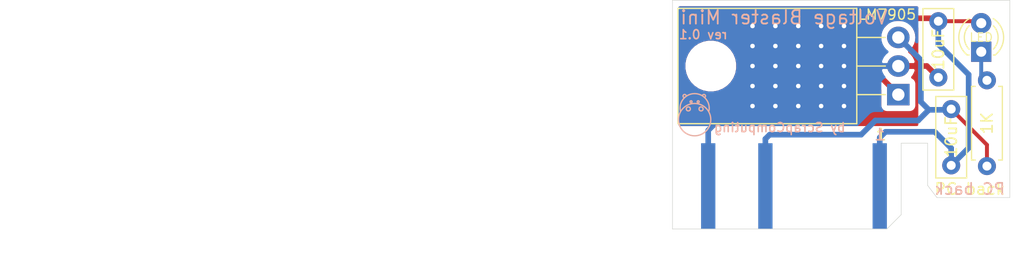
<source format=kicad_pcb>
(kicad_pcb (version 20171130) (host pcbnew 5.1.9+dfsg1-1+deb11u1)

  (general
    (thickness 1.6)
    (drawings 26)
    (tracks 63)
    (zones 0)
    (modules 6)
    (nets 5)
  )

  (page A4)
  (title_block
    (title "Voltage Blaster")
    (date 2021-05-23)
    (rev 1.1)
    (company "PhilsComputerLab & Necroware")
    (comment 1 "by Scorp")
  )

  (layers
    (0 F.Cu signal)
    (31 B.Cu signal)
    (32 B.Adhes user)
    (33 F.Adhes user)
    (34 B.Paste user)
    (35 F.Paste user)
    (36 B.SilkS user)
    (37 F.SilkS user)
    (38 B.Mask user)
    (39 F.Mask user hide)
    (40 Dwgs.User user)
    (41 Cmts.User user)
    (42 Eco1.User user)
    (43 Eco2.User user)
    (44 Edge.Cuts user)
    (45 Margin user)
    (46 B.CrtYd user)
    (47 F.CrtYd user)
    (48 B.Fab user)
    (49 F.Fab user)
  )

  (setup
    (last_trace_width 0.35)
    (user_trace_width 0.35)
    (user_trace_width 0.5)
    (trace_clearance 0.5)
    (zone_clearance 0.508)
    (zone_45_only no)
    (trace_min 0.2)
    (via_size 0.8)
    (via_drill 0.4)
    (via_min_size 0.4)
    (via_min_drill 0.3)
    (uvia_size 0.3)
    (uvia_drill 0.1)
    (uvias_allowed yes)
    (uvia_min_size 0.2)
    (uvia_min_drill 0.1)
    (edge_width 0.05)
    (segment_width 0.2)
    (pcb_text_width 0.3)
    (pcb_text_size 1.5 1.5)
    (mod_edge_width 0.12)
    (mod_text_size 1 1)
    (mod_text_width 0.15)
    (pad_size 1.524 1.524)
    (pad_drill 0.762)
    (pad_to_mask_clearance 0)
    (aux_axis_origin 0 0)
    (visible_elements FFFFFF7F)
    (pcbplotparams
      (layerselection 0x010fc_ffffffff)
      (usegerberextensions false)
      (usegerberattributes false)
      (usegerberadvancedattributes true)
      (creategerberjobfile true)
      (excludeedgelayer true)
      (linewidth 0.100000)
      (plotframeref false)
      (viasonmask false)
      (mode 1)
      (useauxorigin false)
      (hpglpennumber 1)
      (hpglpenspeed 20)
      (hpglpendiameter 15.000000)
      (psnegative false)
      (psa4output false)
      (plotreference true)
      (plotvalue true)
      (plotinvisibletext false)
      (padsonsilk false)
      (subtractmaskfromsilk false)
      (outputformat 1)
      (mirror false)
      (drillshape 0)
      (scaleselection 1)
      (outputdirectory "./gerber"))
  )

  (net 0 "")
  (net 1 "Net-(C1-Pad2)")
  (net 2 GND)
  (net 3 "Net-(C2-Pad1)")
  (net 4 "Net-(LED1-Pad1)")

  (net_class Default "This is the default net class."
    (clearance 0.5)
    (trace_width 1)
    (via_dia 0.8)
    (via_drill 0.4)
    (uvia_dia 0.3)
    (uvia_drill 0.1)
    (add_net GND)
    (add_net "Net-(C1-Pad2)")
    (add_net "Net-(C2-Pad1)")
    (add_net "Net-(LED1-Pad1)")
  )

  (module Package_TO_SOT_THT:TO-220-3_Horizontal_TabDown (layer F.Cu) (tedit 5AC8BA0D) (tstamp 63A18F51)
    (at 158.496 59.182 90)
    (descr "TO-220-3, Horizontal, RM 2.54mm, see https://www.vishay.com/docs/66542/to-220-1.pdf")
    (tags "TO-220-3 Horizontal RM 2.54mm")
    (path /5FB84DCB)
    (fp_text reference LM7905 (at 7.112 -1.016 180) (layer F.SilkS)
      (effects (font (size 0.8984 0.8984) (thickness 0.12714)))
    )
    (fp_text value LM7905 (at 2.54 2 90) (layer F.Fab)
      (effects (font (size 1 1) (thickness 0.15)))
    )
    (fp_line (start 7.79 -19.71) (end -2.71 -19.71) (layer F.CrtYd) (width 0.05))
    (fp_line (start 7.79 1.25) (end 7.79 -19.71) (layer F.CrtYd) (width 0.05))
    (fp_line (start -2.71 1.25) (end 7.79 1.25) (layer F.CrtYd) (width 0.05))
    (fp_line (start -2.71 -19.71) (end -2.71 1.25) (layer F.CrtYd) (width 0.05))
    (fp_line (start 5.08 -3.69) (end 5.08 -1.15) (layer F.SilkS) (width 0.12))
    (fp_line (start 2.54 -3.69) (end 2.54 -1.15) (layer F.SilkS) (width 0.12))
    (fp_line (start 0 -3.69) (end 0 -1.15) (layer F.SilkS) (width 0.12))
    (fp_line (start 7.66 -19.58) (end 7.66 -3.69) (layer F.SilkS) (width 0.12))
    (fp_line (start -2.58 -19.58) (end -2.58 -3.69) (layer F.SilkS) (width 0.12))
    (fp_line (start -2.58 -19.58) (end 7.66 -19.58) (layer F.SilkS) (width 0.12))
    (fp_line (start -2.58 -3.69) (end 7.66 -3.69) (layer F.SilkS) (width 0.12))
    (fp_line (start 5.08 -3.81) (end 5.08 0) (layer F.Fab) (width 0.1))
    (fp_line (start 2.54 -3.81) (end 2.54 0) (layer F.Fab) (width 0.1))
    (fp_line (start 0 -3.81) (end 0 0) (layer F.Fab) (width 0.1))
    (fp_line (start 7.54 -3.81) (end -2.46 -3.81) (layer F.Fab) (width 0.1))
    (fp_line (start 7.54 -13.06) (end 7.54 -3.81) (layer F.Fab) (width 0.1))
    (fp_line (start -2.46 -13.06) (end 7.54 -13.06) (layer F.Fab) (width 0.1))
    (fp_line (start -2.46 -3.81) (end -2.46 -13.06) (layer F.Fab) (width 0.1))
    (fp_line (start 7.54 -13.06) (end -2.46 -13.06) (layer F.Fab) (width 0.1))
    (fp_line (start 7.54 -19.46) (end 7.54 -13.06) (layer F.Fab) (width 0.1))
    (fp_line (start -2.46 -19.46) (end 7.54 -19.46) (layer F.Fab) (width 0.1))
    (fp_line (start -2.46 -13.06) (end -2.46 -19.46) (layer F.Fab) (width 0.1))
    (fp_circle (center 2.54 -16.66) (end 4.39 -16.66) (layer F.Fab) (width 0.1))
    (fp_text user %R (at 2.286 -2.286 90) (layer F.Fab)
      (effects (font (size 1 1) (thickness 0.15)))
    )
    (pad 3 thru_hole oval (at 5.08 0 90) (size 1.905 2) (drill 1.1) (layers *.Cu *.Mask)
      (net 1 "Net-(C1-Pad2)"))
    (pad 2 thru_hole oval (at 2.54 0 90) (size 1.905 2) (drill 1.1) (layers *.Cu *.Mask)
      (net 3 "Net-(C2-Pad1)"))
    (pad 1 thru_hole rect (at 0 0 90) (size 1.905 2) (drill 1.1) (layers *.Cu *.Mask)
      (net 2 GND))
    (pad "" np_thru_hole oval (at 2.54 -16.66 90) (size 3.5 3.5) (drill 3.5) (layers *.Cu *.Mask))
    (model ${KISYS3DMOD}/Package_TO_SOT_THT.3dshapes/TO-220-3_Horizontal_TabDown.wrl
      (at (xyz 0 0 0))
      (scale (xyz 1 1 1))
      (rotate (xyz 0 0 0))
    )
  )

  (module Resistor_THT:R_Axial_DIN0207_L6.3mm_D2.5mm_P7.62mm_Horizontal (layer F.Cu) (tedit 5AE5139B) (tstamp 63A17829)
    (at 166.37 65.532 90)
    (descr "Resistor, Axial_DIN0207 series, Axial, Horizontal, pin pitch=7.62mm, 0.25W = 1/4W, length*diameter=6.3*2.5mm^2, http://cdn-reichelt.de/documents/datenblatt/B400/1_4W%23YAG.pdf")
    (tags "Resistor Axial_DIN0207 series Axial Horizontal pin pitch 7.62mm 0.25W = 1/4W length 6.3mm diameter 2.5mm")
    (path /5FB87262)
    (fp_text reference 1K (at 3.81 0 90) (layer F.SilkS)
      (effects (font (size 1 1) (thickness 0.15)))
    )
    (fp_text value 1K (at 3.81 2.37 90) (layer F.Fab)
      (effects (font (size 1 1) (thickness 0.15)))
    )
    (fp_line (start 8.67 -1.5) (end -1.05 -1.5) (layer F.CrtYd) (width 0.05))
    (fp_line (start 8.67 1.5) (end 8.67 -1.5) (layer F.CrtYd) (width 0.05))
    (fp_line (start -1.05 1.5) (end 8.67 1.5) (layer F.CrtYd) (width 0.05))
    (fp_line (start -1.05 -1.5) (end -1.05 1.5) (layer F.CrtYd) (width 0.05))
    (fp_line (start 7.08 1.37) (end 7.08 1.04) (layer F.SilkS) (width 0.12))
    (fp_line (start 0.54 1.37) (end 7.08 1.37) (layer F.SilkS) (width 0.12))
    (fp_line (start 0.54 1.04) (end 0.54 1.37) (layer F.SilkS) (width 0.12))
    (fp_line (start 7.08 -1.37) (end 7.08 -1.04) (layer F.SilkS) (width 0.12))
    (fp_line (start 0.54 -1.37) (end 7.08 -1.37) (layer F.SilkS) (width 0.12))
    (fp_line (start 0.54 -1.04) (end 0.54 -1.37) (layer F.SilkS) (width 0.12))
    (fp_line (start 7.62 0) (end 6.96 0) (layer F.Fab) (width 0.1))
    (fp_line (start 0 0) (end 0.66 0) (layer F.Fab) (width 0.1))
    (fp_line (start 6.96 -1.25) (end 0.66 -1.25) (layer F.Fab) (width 0.1))
    (fp_line (start 6.96 1.25) (end 6.96 -1.25) (layer F.Fab) (width 0.1))
    (fp_line (start 0.66 1.25) (end 6.96 1.25) (layer F.Fab) (width 0.1))
    (fp_line (start 0.66 -1.25) (end 0.66 1.25) (layer F.Fab) (width 0.1))
    (fp_text user %R (at 3.81 0 90) (layer F.Fab)
      (effects (font (size 1 1) (thickness 0.15)))
    )
    (pad 2 thru_hole oval (at 7.62 0 90) (size 1.6 1.6) (drill 0.8) (layers *.Cu *.Mask)
      (net 4 "Net-(LED1-Pad1)"))
    (pad 1 thru_hole circle (at 0 0 90) (size 1.6 1.6) (drill 0.8) (layers *.Cu *.Mask)
      (net 1 "Net-(C1-Pad2)"))
    (model ${KISYS3DMOD}/Resistor_THT.3dshapes/R_Axial_DIN0207_L6.3mm_D2.5mm_P7.62mm_Horizontal.wrl
      (at (xyz 0 0 0))
      (scale (xyz 1 1 1))
      (rotate (xyz 0 0 0))
    )
  )

  (module LED_THT:LED_D3.0mm (layer F.Cu) (tedit 587A3A7B) (tstamp 63A17622)
    (at 165.862 55.372 90)
    (descr "LED, diameter 3.0mm, 2 pins")
    (tags "LED diameter 3.0mm 2 pins")
    (path /5FB86BA7)
    (fp_text reference LED (at 1.27 0 180) (layer F.SilkS)
      (effects (font (size 0.762 0.7714) (thickness 0.1016)))
    )
    (fp_text value -5V (at 1.27 2.96 90) (layer F.Fab)
      (effects (font (size 1 1) (thickness 0.15)))
    )
    (fp_line (start 3.7 -2.25) (end -1.15 -2.25) (layer F.CrtYd) (width 0.05))
    (fp_line (start 3.7 2.25) (end 3.7 -2.25) (layer F.CrtYd) (width 0.05))
    (fp_line (start -1.15 2.25) (end 3.7 2.25) (layer F.CrtYd) (width 0.05))
    (fp_line (start -1.15 -2.25) (end -1.15 2.25) (layer F.CrtYd) (width 0.05))
    (fp_line (start -0.29 1.08) (end -0.29 1.236) (layer F.SilkS) (width 0.12))
    (fp_line (start -0.29 -1.236) (end -0.29 -1.08) (layer F.SilkS) (width 0.12))
    (fp_line (start -0.23 -1.16619) (end -0.23 1.16619) (layer F.Fab) (width 0.1))
    (fp_circle (center 1.27 0) (end 2.77 0) (layer F.Fab) (width 0.1))
    (fp_arc (start 1.27 0) (end 0.229039 1.08) (angle -87.9) (layer F.SilkS) (width 0.12))
    (fp_arc (start 1.27 0) (end 0.229039 -1.08) (angle 87.9) (layer F.SilkS) (width 0.12))
    (fp_arc (start 1.27 0) (end -0.29 1.235516) (angle -108.8) (layer F.SilkS) (width 0.12))
    (fp_arc (start 1.27 0) (end -0.29 -1.235516) (angle 108.8) (layer F.SilkS) (width 0.12))
    (fp_arc (start 1.27 0) (end -0.23 -1.16619) (angle 284.3) (layer F.Fab) (width 0.1))
    (pad 2 thru_hole circle (at 2.54 0 90) (size 1.8 1.8) (drill 0.9) (layers *.Cu *.Mask)
      (net 2 GND))
    (pad 1 thru_hole rect (at 0 0 90) (size 1.8 1.8) (drill 0.9) (layers *.Cu *.Mask)
      (net 4 "Net-(LED1-Pad1)"))
    (model ${KISYS3DMOD}/LED_THT.3dshapes/LED_D3.0mm.wrl
      (at (xyz 0 0 0))
      (scale (xyz 1 1 1))
      (rotate (xyz 0 0 0))
    )
  )

  (module Capacitor_THT:C_Rect_L7.0mm_W2.5mm_P5.00mm (layer F.Cu) (tedit 5AE50EF0) (tstamp 63A17658)
    (at 162.052 57.658 90)
    (descr "C, Rect series, Radial, pin pitch=5.00mm, , length*width=7*2.5mm^2, Capacitor")
    (tags "C Rect series Radial pin pitch 5.00mm  length 7mm width 2.5mm Capacitor")
    (path /65C54273)
    (fp_text reference 10uF (at 2.5 0 90) (layer F.SilkS)
      (effects (font (size 1 1) (thickness 0.15)))
    )
    (fp_text value 10uF (at 2.5 2.5 90) (layer F.Fab)
      (effects (font (size 1 1) (thickness 0.15)))
    )
    (fp_line (start 6.25 -1.5) (end -1.25 -1.5) (layer F.CrtYd) (width 0.05))
    (fp_line (start 6.25 1.5) (end 6.25 -1.5) (layer F.CrtYd) (width 0.05))
    (fp_line (start -1.25 1.5) (end 6.25 1.5) (layer F.CrtYd) (width 0.05))
    (fp_line (start -1.25 -1.5) (end -1.25 1.5) (layer F.CrtYd) (width 0.05))
    (fp_line (start 6.12 -1.37) (end 6.12 1.37) (layer F.SilkS) (width 0.12))
    (fp_line (start -1.12 -1.37) (end -1.12 1.37) (layer F.SilkS) (width 0.12))
    (fp_line (start -1.12 1.37) (end 6.12 1.37) (layer F.SilkS) (width 0.12))
    (fp_line (start -1.12 -1.37) (end 6.12 -1.37) (layer F.SilkS) (width 0.12))
    (fp_line (start 6 -1.25) (end -1 -1.25) (layer F.Fab) (width 0.1))
    (fp_line (start 6 1.25) (end 6 -1.25) (layer F.Fab) (width 0.1))
    (fp_line (start -1 1.25) (end 6 1.25) (layer F.Fab) (width 0.1))
    (fp_line (start -1 -1.25) (end -1 1.25) (layer F.Fab) (width 0.1))
    (fp_text user %R (at 2.5 0 90) (layer F.Fab)
      (effects (font (size 1 1) (thickness 0.15)))
    )
    (pad 2 thru_hole circle (at 5 0 90) (size 1.6 1.6) (drill 0.8) (layers *.Cu *.Mask)
      (net 2 GND))
    (pad 1 thru_hole circle (at 0 0 90) (size 1.6 1.6) (drill 0.8) (layers *.Cu *.Mask)
      (net 3 "Net-(C2-Pad1)"))
    (model ${KISYS3DMOD}/Capacitor_THT.3dshapes/C_Rect_L7.0mm_W2.5mm_P5.00mm.wrl
      (at (xyz 0 0 0))
      (scale (xyz 1 1 1))
      (rotate (xyz 0 0 0))
    )
  )

  (module Capacitor_THT:C_Rect_L7.0mm_W2.5mm_P5.00mm (layer F.Cu) (tedit 5AE50EF0) (tstamp 63A176EB)
    (at 163.195 65.4685 90)
    (descr "C, Rect series, Radial, pin pitch=5.00mm, , length*width=7*2.5mm^2, Capacitor")
    (tags "C Rect series Radial pin pitch 5.00mm  length 7mm width 2.5mm Capacitor")
    (path /65C534B7)
    (fp_text reference 10uF (at 2.54 0 90) (layer F.SilkS)
      (effects (font (size 1 1) (thickness 0.15)))
    )
    (fp_text value 10uF (at 2.5 2.5 90) (layer F.Fab)
      (effects (font (size 1 1) (thickness 0.15)))
    )
    (fp_line (start 6.25 -1.5) (end -1.25 -1.5) (layer F.CrtYd) (width 0.05))
    (fp_line (start 6.25 1.5) (end 6.25 -1.5) (layer F.CrtYd) (width 0.05))
    (fp_line (start -1.25 1.5) (end 6.25 1.5) (layer F.CrtYd) (width 0.05))
    (fp_line (start -1.25 -1.5) (end -1.25 1.5) (layer F.CrtYd) (width 0.05))
    (fp_line (start 6.12 -1.37) (end 6.12 1.37) (layer F.SilkS) (width 0.12))
    (fp_line (start -1.12 -1.37) (end -1.12 1.37) (layer F.SilkS) (width 0.12))
    (fp_line (start -1.12 1.37) (end 6.12 1.37) (layer F.SilkS) (width 0.12))
    (fp_line (start -1.12 -1.37) (end 6.12 -1.37) (layer F.SilkS) (width 0.12))
    (fp_line (start 6 -1.25) (end -1 -1.25) (layer F.Fab) (width 0.1))
    (fp_line (start 6 1.25) (end 6 -1.25) (layer F.Fab) (width 0.1))
    (fp_line (start -1 1.25) (end 6 1.25) (layer F.Fab) (width 0.1))
    (fp_line (start -1 -1.25) (end -1 1.25) (layer F.Fab) (width 0.1))
    (fp_text user %R (at 2.5 0 90) (layer F.Fab)
      (effects (font (size 1 1) (thickness 0.15)))
    )
    (pad 2 thru_hole circle (at 5 0 90) (size 1.6 1.6) (drill 0.8) (layers *.Cu *.Mask)
      (net 1 "Net-(C1-Pad2)"))
    (pad 1 thru_hole circle (at 0 0 90) (size 1.6 1.6) (drill 0.8) (layers *.Cu *.Mask)
      (net 2 GND))
    (model ${KISYS3DMOD}/Capacitor_THT.3dshapes/C_Rect_L7.0mm_W2.5mm_P5.00mm.wrl
      (at (xyz 0 0 0))
      (scale (xyz 1 1 1))
      (rotate (xyz 0 0 0))
    )
  )

  (module MyLibrary:ISA_8BIT_EDGE (layer F.Cu) (tedit 63A11CFB) (tstamp 63A14F2D)
    (at 156.845 63.5)
    (path /5FB82605)
    (fp_text reference J1 (at -35.56 9.525) (layer F.Fab)
      (effects (font (size 1 1) (thickness 0.15)))
    )
    (fp_text value Bus_ISA_8bit (at -43.18 9.525) (layer F.Fab)
      (effects (font (size 1 1) (thickness 0.15)))
    )
    (fp_line (start -78.105 0) (end -78.105 6.35) (layer F.Fab) (width 0.12))
    (fp_line (start -78.105 6.35) (end -76.835 7.62) (layer F.Fab) (width 0.12))
    (fp_line (start -76.835 7.62) (end 0.635 7.62) (layer F.Fab) (width 0.12))
    (fp_line (start 0.635 7.62) (end 1.905 6.35) (layer F.Fab) (width 0.12))
    (fp_line (start 1.905 6.35) (end 1.905 0) (layer F.Fab) (width 0.12))
    (fp_line (start 1.905 0) (end -78.105 0) (layer F.Fab) (width 0.12))
    (pad 7 connect rect (at -15.24 3.81) (size 1.27 7.62) (layers B.Cu B.Mask)
      (net 3 "Net-(C2-Pad1)"))
    (pad 5 connect rect (at -10.16 3.81) (size 1.27 7.62) (layers B.Cu B.Mask)
      (net 1 "Net-(C1-Pad2)"))
    (pad 1 connect rect (at 0 3.81) (size 1.27 7.62) (layers B.Cu B.Mask)
      (net 2 GND))
  )

  (gr_arc (start 139.5095 59.309) (end 139.6365 59.2455) (angle -221.633914) (layer B.SilkS) (width 0.12) (tstamp 63A18C91))
  (gr_arc (start 141.224 59.309) (end 141.2875 59.436) (angle -221.633914) (layer B.SilkS) (width 0.12))
  (gr_circle (center 140.97 60.452) (end 141.097 60.579) (layer B.SilkS) (width 0.12) (tstamp 63A18C7C))
  (gr_circle (center 139.837895 60.452) (end 139.964895 60.579) (layer B.SilkS) (width 0.12))
  (gr_circle (center 140.716 59.817) (end 140.7795 59.8805) (layer B.SilkS) (width 0.12) (tstamp 63A18C78))
  (gr_circle (center 140.081 59.817) (end 140.1445 59.8805) (layer B.SilkS) (width 0.12))
  (gr_arc (start 140.3985 60.3885) (end 141.6685 60.6425) (angle -202.6197782) (layer B.SilkS) (width 0.12))
  (gr_circle (center 140.3985 61.4045) (end 141.4145 62.4205) (layer B.SilkS) (width 0.12))
  (gr_poly (pts (xy 154.432 61.468) (xy 139.192 61.468) (xy 139.192 51.816) (xy 154.432 51.816)) (layer F.Mask) (width 0.1))
  (gr_line (start 161.0995 67.2465) (end 161.925 68.326) (layer Edge.Cuts) (width 0.05) (tstamp 63A15336))
  (gr_text "PC back" (at 164.846 67.564) (layer B.SilkS) (tstamp 63A18C62)
    (effects (font (size 1 1) (thickness 0.15)) (justify mirror))
  )
  (gr_text 1 (at 156.845 62.738) (layer B.SilkS) (tstamp 5FCF8C25)
    (effects (font (size 1 1) (thickness 0.15)) (justify mirror))
  )
  (gr_line (start 138.43 50.8) (end 138.43 71.12) (layer Edge.Cuts) (width 0.05))
  (gr_line (start 168.402 68.326) (end 168.402 50.8) (layer Edge.Cuts) (width 0.05))
  (gr_line (start 161.925 68.326) (end 168.402 68.326) (layer Edge.Cuts) (width 0.05))
  (gr_line (start 161.0995 63.5) (end 161.0995 67.2465) (layer Edge.Cuts) (width 0.05) (tstamp 63A1151E))
  (gr_text "rev 0.1" (at 141.1605 53.848) (layer B.SilkS) (tstamp 63A18B1E)
    (effects (font (size 0.8 0.8) (thickness 0.14)) (justify mirror))
  )
  (gr_text "by ScrapComputing" (at 147.955 62.103) (layer B.SilkS)
    (effects (font (size 0.8 0.8) (thickness 0.14)) (justify mirror))
  )
  (gr_text "Voltage Blaster Mini\n" (at 148.336 52.324) (layer B.SilkS)
    (effects (font (size 1.2 1.2) (thickness 0.16)) (justify mirror))
  )
  (gr_text 1 (at 156.972 62.738) (layer F.SilkS)
    (effects (font (size 1 1) (thickness 0.15)))
  )
  (gr_line (start 158.75 69.85) (end 158.75 63.5) (layer Edge.Cuts) (width 0.05) (tstamp 5FBB6E91))
  (gr_line (start 157.48 71.12) (end 158.75 69.85) (layer Edge.Cuts) (width 0.05))
  (gr_line (start 138.43 71.12) (end 157.48 71.12) (layer Edge.Cuts) (width 0.05))
  (gr_line (start 168.402 50.8) (end 138.43 50.8) (layer Edge.Cuts) (width 0.05) (tstamp 63A13DF3))
  (gr_line (start 158.75 63.5) (end 161.0995 63.5) (layer Edge.Cuts) (width 0.05))
  (gr_text "PC back" (at 164.846 67.564) (layer F.SilkS)
    (effects (font (size 1 1) (thickness 0.15)))
  )

  (segment (start 147.066 62.738) (end 146.685 63.119) (width 0.5) (layer B.Cu) (net 1))
  (segment (start 156.44801 61.48399) (end 155.194 62.738) (width 0.5) (layer B.Cu) (net 1))
  (segment (start 160.25801 61.48399) (end 156.44801 61.48399) (width 0.5) (layer B.Cu) (net 1))
  (segment (start 155.194 62.738) (end 147.066 62.738) (width 0.5) (layer B.Cu) (net 1))
  (segment (start 161.21 60.532) (end 160.25801 61.48399) (width 0.5) (layer B.Cu) (net 1))
  (segment (start 146.685 63.119) (end 146.685 67.31) (width 0.5) (layer B.Cu) (net 1))
  (segment (start 160.501999 59.823999) (end 161.21 60.532) (width 0.5) (layer B.Cu) (net 1))
  (segment (start 160.501999 56.107999) (end 160.501999 59.823999) (width 0.5) (layer B.Cu) (net 1))
  (segment (start 158.496 54.102) (end 160.501999 56.107999) (width 0.5) (layer B.Cu) (net 1))
  (segment (start 163.1315 60.532) (end 163.195 60.4685) (width 0.5) (layer B.Cu) (net 1))
  (segment (start 161.21 60.532) (end 163.1315 60.532) (width 0.5) (layer B.Cu) (net 1))
  (segment (start 166.37 63.6435) (end 163.195 60.4685) (width 0.35) (layer F.Cu) (net 1))
  (segment (start 166.37 65.532) (end 166.37 63.6435) (width 0.35) (layer F.Cu) (net 1))
  (segment (start 165.688 52.658) (end 165.862 52.832) (width 0.35) (layer F.Cu) (net 2))
  (segment (start 162.052 52.658) (end 165.688 52.658) (width 0.35) (layer F.Cu) (net 2))
  (segment (start 161.79349 52.39949) (end 162.052 52.658) (width 0.5) (layer F.Cu) (net 2))
  (segment (start 157.743298 52.39949) (end 161.79349 52.39949) (width 0.5) (layer F.Cu) (net 2))
  (segment (start 156.74599 53.396798) (end 157.743298 52.39949) (width 0.5) (layer F.Cu) (net 2))
  (segment (start 156.74599 57.43199) (end 156.74599 53.396798) (width 0.5) (layer F.Cu) (net 2))
  (segment (start 158.496 59.182) (end 156.74599 57.43199) (width 0.5) (layer F.Cu) (net 2))
  (segment (start 162.814 65.278) (end 163.068 65.532) (width 0.5) (layer B.Cu) (net 2))
  (segment (start 162.052 52.658) (end 162.052 54.71) (width 0.5) (layer B.Cu) (net 2))
  (segment (start 161.7345 62.484) (end 163.195 63.9445) (width 0.5) (layer B.Cu) (net 2))
  (segment (start 157.361 62.484) (end 161.7345 62.484) (width 0.5) (layer B.Cu) (net 2))
  (segment (start 163.195 63.9445) (end 163.195 65.4685) (width 0.5) (layer B.Cu) (net 2))
  (segment (start 156.845 63) (end 157.361 62.484) (width 0.5) (layer B.Cu) (net 2))
  (segment (start 156.845 67.31) (end 156.845 63) (width 0.5) (layer B.Cu) (net 2))
  (segment (start 164.745001 57.403001) (end 164.745001 63.918499) (width 0.5) (layer B.Cu) (net 2))
  (segment (start 164.745001 63.918499) (end 163.195 65.4685) (width 0.5) (layer B.Cu) (net 2))
  (segment (start 162.052 54.71) (end 164.745001 57.403001) (width 0.5) (layer B.Cu) (net 2))
  (via (at 145.542 54.864) (size 0.8) (drill 0.4) (layers F.Cu B.Cu) (net 3) (tstamp 63A187CB))
  (via (at 145.542 58.42) (size 0.8) (drill 0.4) (layers F.Cu B.Cu) (net 3) (tstamp 63A187CC))
  (via (at 145.542 53.086) (size 0.8) (drill 0.4) (layers F.Cu B.Cu) (net 3) (tstamp 63A187CD))
  (via (at 145.542 60.198) (size 0.8) (drill 0.4) (layers F.Cu B.Cu) (net 3) (tstamp 63A187CE))
  (via (at 145.542 56.642) (size 0.8) (drill 0.4) (layers F.Cu B.Cu) (net 3) (tstamp 63A187CF))
  (via (at 147.574 58.42) (size 0.8) (drill 0.4) (layers F.Cu B.Cu) (net 3) (tstamp 63A18658))
  (via (at 149.606 56.642) (size 0.8) (drill 0.4) (layers F.Cu B.Cu) (net 3) (tstamp 63A18659))
  (via (at 147.574 53.086) (size 0.8) (drill 0.4) (layers F.Cu B.Cu) (net 3) (tstamp 63A1865A))
  (via (at 149.606 53.086) (size 0.8) (drill 0.4) (layers F.Cu B.Cu) (net 3) (tstamp 63A1865B))
  (via (at 149.606 58.42) (size 0.8) (drill 0.4) (layers F.Cu B.Cu) (net 3) (tstamp 63A1865C))
  (via (at 149.606 60.198) (size 0.8) (drill 0.4) (layers F.Cu B.Cu) (net 3) (tstamp 63A1865D))
  (via (at 147.574 56.642) (size 0.8) (drill 0.4) (layers F.Cu B.Cu) (net 3) (tstamp 63A1865E))
  (via (at 149.606 54.864) (size 0.8) (drill 0.4) (layers F.Cu B.Cu) (net 3) (tstamp 63A1865F))
  (via (at 147.574 54.864) (size 0.8) (drill 0.4) (layers F.Cu B.Cu) (net 3) (tstamp 63A18660))
  (via (at 147.574 60.198) (size 0.8) (drill 0.4) (layers F.Cu B.Cu) (net 3) (tstamp 63A18661))
  (via (at 153.67 58.42) (size 0.8) (drill 0.4) (layers F.Cu B.Cu) (net 3) (tstamp 63A18629))
  (via (at 153.67 60.198) (size 0.8) (drill 0.4) (layers F.Cu B.Cu) (net 3) (tstamp 63A18629))
  (via (at 151.638 60.198) (size 0.8) (drill 0.4) (layers F.Cu B.Cu) (net 3) (tstamp 63A18629))
  (via (at 151.638 58.42) (size 0.8) (drill 0.4) (layers F.Cu B.Cu) (net 3) (tstamp 63A18629))
  (via (at 151.638 56.642) (size 0.8) (drill 0.4) (layers F.Cu B.Cu) (net 3) (tstamp 63A18629))
  (via (at 151.638 54.864) (size 0.8) (drill 0.4) (layers F.Cu B.Cu) (net 3) (tstamp 63A18629))
  (via (at 151.638 53.086) (size 0.8) (drill 0.4) (layers F.Cu B.Cu) (net 3) (tstamp 63A18629))
  (via (at 153.67 54.864) (size 0.8) (drill 0.4) (layers F.Cu B.Cu) (net 3) (tstamp 63A18620))
  (via (at 153.67 56.642) (size 0.8) (drill 0.4) (layers F.Cu B.Cu) (net 3) (tstamp 63A18620))
  (via (at 153.67 53.086) (size 0.8) (drill 0.4) (layers F.Cu B.Cu) (net 3))
  (segment (start 141.565 67.27) (end 141.605 67.31) (width 1) (layer B.Cu) (net 3))
  (segment (start 141.605 67.31) (end 141.605 62.357) (width 0.5) (layer B.Cu) (net 3))
  (segment (start 147.32 56.642) (end 158.496 56.642) (width 0.5) (layer B.Cu) (net 3))
  (segment (start 141.605 62.357) (end 147.32 56.642) (width 0.5) (layer B.Cu) (net 3))
  (segment (start 161.036 56.642) (end 162.052 57.658) (width 0.5) (layer F.Cu) (net 3))
  (segment (start 158.496 56.642) (end 161.036 56.642) (width 0.5) (layer F.Cu) (net 3))
  (segment (start 165.862 57.404) (end 166.37 57.912) (width 0.35) (layer B.Cu) (net 4))
  (segment (start 165.862 55.372) (end 165.862 57.404) (width 0.35) (layer B.Cu) (net 4))

  (zone (net 3) (net_name "Net-(C2-Pad1)") (layer B.Cu) (tstamp 63A1919F) (hatch edge 0.508)
    (connect_pads (clearance 0.508))
    (min_thickness 0.254)
    (fill yes (arc_segments 32) (thermal_gap 0.508) (thermal_bridge_width 0.508))
    (polygon
      (pts
        (xy 160.274 61.976) (xy 138.43 61.976) (xy 138.43 50.8) (xy 160.274 50.8)
      )
    )
    (filled_polygon
      (pts
        (xy 160.147 54.501421) (xy 160.096568 54.450989) (xy 160.10803 54.413204) (xy 160.138681 54.102) (xy 160.10803 53.790796)
        (xy 160.017255 53.491551) (xy 159.869845 53.215765) (xy 159.671463 52.974037) (xy 159.429735 52.775655) (xy 159.153949 52.628245)
        (xy 158.854704 52.53747) (xy 158.621486 52.5145) (xy 158.370514 52.5145) (xy 158.137296 52.53747) (xy 157.838051 52.628245)
        (xy 157.562265 52.775655) (xy 157.320537 52.974037) (xy 157.122155 53.215765) (xy 156.974745 53.491551) (xy 156.88397 53.790796)
        (xy 156.853319 54.102) (xy 156.88397 54.413204) (xy 156.974745 54.712449) (xy 157.122155 54.988235) (xy 157.320537 55.229963)
        (xy 157.499899 55.377163) (xy 157.314685 55.532563) (xy 157.120031 55.775077) (xy 156.976429 56.050906) (xy 156.905437 56.26902)
        (xy 157.025406 56.515) (xy 158.369 56.515) (xy 158.369 56.495) (xy 158.623 56.495) (xy 158.623 56.515)
        (xy 158.643 56.515) (xy 158.643 56.769) (xy 158.623 56.769) (xy 158.623 56.789) (xy 158.369 56.789)
        (xy 158.369 56.769) (xy 157.025406 56.769) (xy 156.905437 57.01498) (xy 156.976429 57.233094) (xy 157.120031 57.508923)
        (xy 157.233219 57.649941) (xy 157.141506 57.698963) (xy 157.044815 57.778315) (xy 156.965463 57.875006) (xy 156.906498 57.98532)
        (xy 156.870188 58.105018) (xy 156.857928 58.2295) (xy 156.857928 60.1345) (xy 156.870188 60.258982) (xy 156.906498 60.37868)
        (xy 156.965463 60.488994) (xy 157.044815 60.585685) (xy 157.061027 60.59899) (xy 156.491479 60.59899) (xy 156.44801 60.594709)
        (xy 156.404541 60.59899) (xy 156.404533 60.59899) (xy 156.289316 60.610338) (xy 156.274519 60.611795) (xy 156.223913 60.627147)
        (xy 156.107697 60.662401) (xy 155.953951 60.744579) (xy 155.924462 60.76878) (xy 155.852963 60.827458) (xy 155.852961 60.82746)
        (xy 155.819193 60.855173) (xy 155.79148 60.888941) (xy 154.831422 61.849) (xy 147.068852 61.849) (xy 147.065999 61.848719)
        (xy 147.063146 61.849) (xy 139.09 61.849) (xy 139.09 56.407098) (xy 139.451 56.407098) (xy 139.451 56.876902)
        (xy 139.542654 57.337679) (xy 139.72244 57.771721) (xy 139.98345 58.162349) (xy 140.315651 58.49455) (xy 140.706279 58.75556)
        (xy 141.140321 58.935346) (xy 141.601098 59.027) (xy 142.070902 59.027) (xy 142.531679 58.935346) (xy 142.965721 58.75556)
        (xy 143.356349 58.49455) (xy 143.68855 58.162349) (xy 143.94956 57.771721) (xy 144.129346 57.337679) (xy 144.221 56.876902)
        (xy 144.221 56.407098) (xy 144.129346 55.946321) (xy 143.94956 55.512279) (xy 143.68855 55.121651) (xy 143.356349 54.78945)
        (xy 142.965721 54.52844) (xy 142.531679 54.348654) (xy 142.070902 54.257) (xy 141.601098 54.257) (xy 141.140321 54.348654)
        (xy 140.706279 54.52844) (xy 140.315651 54.78945) (xy 139.98345 55.121651) (xy 139.72244 55.512279) (xy 139.542654 55.946321)
        (xy 139.451 56.407098) (xy 139.09 56.407098) (xy 139.09 51.46) (xy 160.147 51.46)
      )
    )
  )
  (zone (net 3) (net_name "Net-(C2-Pad1)") (layer F.Cu) (tstamp 63A1919C) (hatch edge 0.508)
    (connect_pads (clearance 0.508))
    (min_thickness 0.254)
    (fill yes (arc_segments 32) (thermal_gap 0.508) (thermal_bridge_width 0.508))
    (polygon
      (pts
        (xy 160.274 61.976) (xy 138.43 61.976) (xy 138.43 50.8) (xy 160.274 50.8)
      )
    )
    (filled_polygon
      (pts
        (xy 160.147 51.51449) (xy 157.786763 51.51449) (xy 157.743297 51.510209) (xy 157.699831 51.51449) (xy 157.699821 51.51449)
        (xy 157.569808 51.527295) (xy 157.402985 51.577901) (xy 157.249239 51.660079) (xy 157.249237 51.66008) (xy 157.249238 51.66008)
        (xy 157.148251 51.742958) (xy 157.148249 51.74296) (xy 157.114481 51.770673) (xy 157.086768 51.804441) (xy 156.150941 52.740269)
        (xy 156.117174 52.767981) (xy 156.089461 52.801749) (xy 156.089458 52.801752) (xy 156.00658 52.902739) (xy 155.924402 53.056485)
        (xy 155.873795 53.223308) (xy 155.856709 53.396798) (xy 155.860991 53.440277) (xy 155.86099 57.388521) (xy 155.856709 57.43199)
        (xy 155.86099 57.475459) (xy 155.86099 57.475466) (xy 155.873795 57.605479) (xy 155.924401 57.772302) (xy 156.006579 57.926048)
        (xy 156.117173 58.060807) (xy 156.150946 58.088524) (xy 156.857928 58.795506) (xy 156.857928 60.1345) (xy 156.870188 60.258982)
        (xy 156.906498 60.37868) (xy 156.965463 60.488994) (xy 157.044815 60.585685) (xy 157.141506 60.665037) (xy 157.25182 60.724002)
        (xy 157.371518 60.760312) (xy 157.496 60.772572) (xy 159.496 60.772572) (xy 159.620482 60.760312) (xy 159.74018 60.724002)
        (xy 159.850494 60.665037) (xy 159.947185 60.585685) (xy 160.026537 60.488994) (xy 160.085502 60.37868) (xy 160.121812 60.258982)
        (xy 160.134072 60.1345) (xy 160.134072 58.2295) (xy 160.121812 58.105018) (xy 160.085502 57.98532) (xy 160.026537 57.875006)
        (xy 159.947185 57.778315) (xy 159.850494 57.698963) (xy 159.758781 57.649941) (xy 159.871969 57.508923) (xy 160.015571 57.233094)
        (xy 160.086563 57.01498) (xy 159.966594 56.769) (xy 158.623 56.769) (xy 158.623 56.789) (xy 158.369 56.789)
        (xy 158.369 56.769) (xy 158.349 56.769) (xy 158.349 56.515) (xy 158.369 56.515) (xy 158.369 56.495)
        (xy 158.623 56.495) (xy 158.623 56.515) (xy 159.966594 56.515) (xy 160.086563 56.26902) (xy 160.015571 56.050906)
        (xy 159.871969 55.775077) (xy 159.677315 55.532563) (xy 159.492101 55.377163) (xy 159.671463 55.229963) (xy 159.869845 54.988235)
        (xy 160.017255 54.712449) (xy 160.10803 54.413204) (xy 160.138681 54.102) (xy 160.10803 53.790796) (xy 160.017255 53.491551)
        (xy 159.906579 53.28449) (xy 160.147 53.28449) (xy 160.147 61.849) (xy 139.09 61.849) (xy 139.09 56.407098)
        (xy 139.451 56.407098) (xy 139.451 56.876902) (xy 139.542654 57.337679) (xy 139.72244 57.771721) (xy 139.98345 58.162349)
        (xy 140.315651 58.49455) (xy 140.706279 58.75556) (xy 141.140321 58.935346) (xy 141.601098 59.027) (xy 142.070902 59.027)
        (xy 142.531679 58.935346) (xy 142.965721 58.75556) (xy 143.356349 58.49455) (xy 143.68855 58.162349) (xy 143.94956 57.771721)
        (xy 144.129346 57.337679) (xy 144.221 56.876902) (xy 144.221 56.407098) (xy 144.129346 55.946321) (xy 143.94956 55.512279)
        (xy 143.68855 55.121651) (xy 143.356349 54.78945) (xy 142.965721 54.52844) (xy 142.531679 54.348654) (xy 142.070902 54.257)
        (xy 141.601098 54.257) (xy 141.140321 54.348654) (xy 140.706279 54.52844) (xy 140.315651 54.78945) (xy 139.98345 55.121651)
        (xy 139.72244 55.512279) (xy 139.542654 55.946321) (xy 139.451 56.407098) (xy 139.09 56.407098) (xy 139.09 51.46)
        (xy 160.147 51.46)
      )
    )
  )
)

</source>
